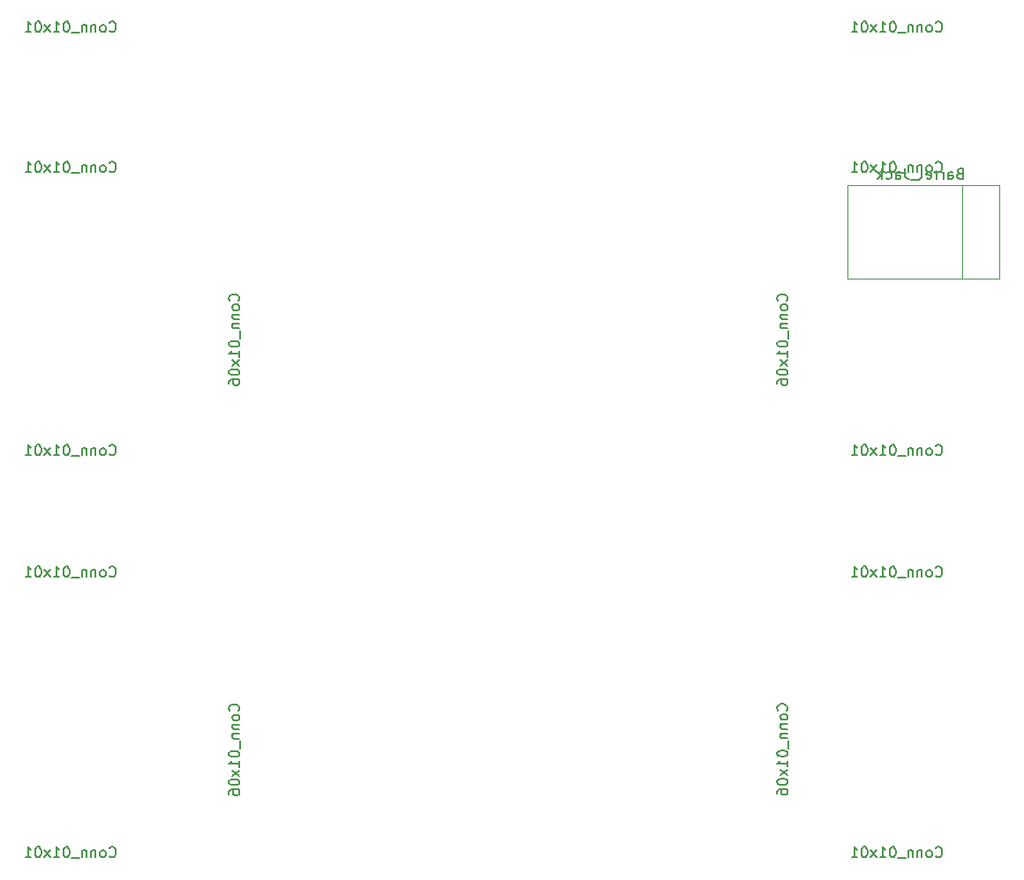
<source format=gbr>
G04 #@! TF.FileFunction,Other,Fab,Bot*
%FSLAX46Y46*%
G04 Gerber Fmt 4.6, Leading zero omitted, Abs format (unit mm)*
G04 Created by KiCad (PCBNEW 4.0.4-stable) date 12/10/17 00:47:25*
%MOMM*%
%LPD*%
G01*
G04 APERTURE LIST*
%ADD10C,0.250000*%
%ADD11C,0.100000*%
%ADD12C,0.150000*%
G04 APERTURE END LIST*
D10*
D11*
X190540000Y-86305000D02*
X190540000Y-95305000D01*
X194040000Y-86305000D02*
X194040000Y-95305000D01*
X194040000Y-95305000D02*
X179540000Y-95305000D01*
X179540000Y-95305000D02*
X179540000Y-86305000D01*
X179540000Y-86305000D02*
X194040000Y-86305000D01*
D12*
X121082143Y-97436905D02*
X121129762Y-97389286D01*
X121177381Y-97246429D01*
X121177381Y-97151191D01*
X121129762Y-97008333D01*
X121034524Y-96913095D01*
X120939286Y-96865476D01*
X120748810Y-96817857D01*
X120605952Y-96817857D01*
X120415476Y-96865476D01*
X120320238Y-96913095D01*
X120225000Y-97008333D01*
X120177381Y-97151191D01*
X120177381Y-97246429D01*
X120225000Y-97389286D01*
X120272619Y-97436905D01*
X121177381Y-98008333D02*
X121129762Y-97913095D01*
X121082143Y-97865476D01*
X120986905Y-97817857D01*
X120701190Y-97817857D01*
X120605952Y-97865476D01*
X120558333Y-97913095D01*
X120510714Y-98008333D01*
X120510714Y-98151191D01*
X120558333Y-98246429D01*
X120605952Y-98294048D01*
X120701190Y-98341667D01*
X120986905Y-98341667D01*
X121082143Y-98294048D01*
X121129762Y-98246429D01*
X121177381Y-98151191D01*
X121177381Y-98008333D01*
X120510714Y-98770238D02*
X121177381Y-98770238D01*
X120605952Y-98770238D02*
X120558333Y-98817857D01*
X120510714Y-98913095D01*
X120510714Y-99055953D01*
X120558333Y-99151191D01*
X120653571Y-99198810D01*
X121177381Y-99198810D01*
X120510714Y-99675000D02*
X121177381Y-99675000D01*
X120605952Y-99675000D02*
X120558333Y-99722619D01*
X120510714Y-99817857D01*
X120510714Y-99960715D01*
X120558333Y-100055953D01*
X120653571Y-100103572D01*
X121177381Y-100103572D01*
X121272619Y-100341667D02*
X121272619Y-101103572D01*
X120177381Y-101532143D02*
X120177381Y-101627382D01*
X120225000Y-101722620D01*
X120272619Y-101770239D01*
X120367857Y-101817858D01*
X120558333Y-101865477D01*
X120796429Y-101865477D01*
X120986905Y-101817858D01*
X121082143Y-101770239D01*
X121129762Y-101722620D01*
X121177381Y-101627382D01*
X121177381Y-101532143D01*
X121129762Y-101436905D01*
X121082143Y-101389286D01*
X120986905Y-101341667D01*
X120796429Y-101294048D01*
X120558333Y-101294048D01*
X120367857Y-101341667D01*
X120272619Y-101389286D01*
X120225000Y-101436905D01*
X120177381Y-101532143D01*
X121177381Y-102817858D02*
X121177381Y-102246429D01*
X121177381Y-102532143D02*
X120177381Y-102532143D01*
X120320238Y-102436905D01*
X120415476Y-102341667D01*
X120463095Y-102246429D01*
X121177381Y-103151191D02*
X120510714Y-103675001D01*
X120510714Y-103151191D02*
X121177381Y-103675001D01*
X120177381Y-104246429D02*
X120177381Y-104341668D01*
X120225000Y-104436906D01*
X120272619Y-104484525D01*
X120367857Y-104532144D01*
X120558333Y-104579763D01*
X120796429Y-104579763D01*
X120986905Y-104532144D01*
X121082143Y-104484525D01*
X121129762Y-104436906D01*
X121177381Y-104341668D01*
X121177381Y-104246429D01*
X121129762Y-104151191D01*
X121082143Y-104103572D01*
X120986905Y-104055953D01*
X120796429Y-104008334D01*
X120558333Y-104008334D01*
X120367857Y-104055953D01*
X120272619Y-104103572D01*
X120225000Y-104151191D01*
X120177381Y-104246429D01*
X120177381Y-105436906D02*
X120177381Y-105246429D01*
X120225000Y-105151191D01*
X120272619Y-105103572D01*
X120415476Y-105008334D01*
X120605952Y-104960715D01*
X120986905Y-104960715D01*
X121082143Y-105008334D01*
X121129762Y-105055953D01*
X121177381Y-105151191D01*
X121177381Y-105341668D01*
X121129762Y-105436906D01*
X121082143Y-105484525D01*
X120986905Y-105532144D01*
X120748810Y-105532144D01*
X120653571Y-105484525D01*
X120605952Y-105436906D01*
X120558333Y-105341668D01*
X120558333Y-105151191D01*
X120605952Y-105055953D01*
X120653571Y-105008334D01*
X120748810Y-104960715D01*
X108734075Y-71538103D02*
X108781694Y-71585722D01*
X108924551Y-71633341D01*
X109019789Y-71633341D01*
X109162647Y-71585722D01*
X109257885Y-71490484D01*
X109305504Y-71395246D01*
X109353123Y-71204770D01*
X109353123Y-71061912D01*
X109305504Y-70871436D01*
X109257885Y-70776198D01*
X109162647Y-70680960D01*
X109019789Y-70633341D01*
X108924551Y-70633341D01*
X108781694Y-70680960D01*
X108734075Y-70728579D01*
X108162647Y-71633341D02*
X108257885Y-71585722D01*
X108305504Y-71538103D01*
X108353123Y-71442865D01*
X108353123Y-71157150D01*
X108305504Y-71061912D01*
X108257885Y-71014293D01*
X108162647Y-70966674D01*
X108019789Y-70966674D01*
X107924551Y-71014293D01*
X107876932Y-71061912D01*
X107829313Y-71157150D01*
X107829313Y-71442865D01*
X107876932Y-71538103D01*
X107924551Y-71585722D01*
X108019789Y-71633341D01*
X108162647Y-71633341D01*
X107400742Y-70966674D02*
X107400742Y-71633341D01*
X107400742Y-71061912D02*
X107353123Y-71014293D01*
X107257885Y-70966674D01*
X107115027Y-70966674D01*
X107019789Y-71014293D01*
X106972170Y-71109531D01*
X106972170Y-71633341D01*
X106495980Y-70966674D02*
X106495980Y-71633341D01*
X106495980Y-71061912D02*
X106448361Y-71014293D01*
X106353123Y-70966674D01*
X106210265Y-70966674D01*
X106115027Y-71014293D01*
X106067408Y-71109531D01*
X106067408Y-71633341D01*
X105829313Y-71728579D02*
X105067408Y-71728579D01*
X104638837Y-70633341D02*
X104543598Y-70633341D01*
X104448360Y-70680960D01*
X104400741Y-70728579D01*
X104353122Y-70823817D01*
X104305503Y-71014293D01*
X104305503Y-71252389D01*
X104353122Y-71442865D01*
X104400741Y-71538103D01*
X104448360Y-71585722D01*
X104543598Y-71633341D01*
X104638837Y-71633341D01*
X104734075Y-71585722D01*
X104781694Y-71538103D01*
X104829313Y-71442865D01*
X104876932Y-71252389D01*
X104876932Y-71014293D01*
X104829313Y-70823817D01*
X104781694Y-70728579D01*
X104734075Y-70680960D01*
X104638837Y-70633341D01*
X103353122Y-71633341D02*
X103924551Y-71633341D01*
X103638837Y-71633341D02*
X103638837Y-70633341D01*
X103734075Y-70776198D01*
X103829313Y-70871436D01*
X103924551Y-70919055D01*
X103019789Y-71633341D02*
X102495979Y-70966674D01*
X103019789Y-70966674D02*
X102495979Y-71633341D01*
X101924551Y-70633341D02*
X101829312Y-70633341D01*
X101734074Y-70680960D01*
X101686455Y-70728579D01*
X101638836Y-70823817D01*
X101591217Y-71014293D01*
X101591217Y-71252389D01*
X101638836Y-71442865D01*
X101686455Y-71538103D01*
X101734074Y-71585722D01*
X101829312Y-71633341D01*
X101924551Y-71633341D01*
X102019789Y-71585722D01*
X102067408Y-71538103D01*
X102115027Y-71442865D01*
X102162646Y-71252389D01*
X102162646Y-71014293D01*
X102115027Y-70823817D01*
X102067408Y-70728579D01*
X102019789Y-70680960D01*
X101924551Y-70633341D01*
X100638836Y-71633341D02*
X101210265Y-71633341D01*
X100924551Y-71633341D02*
X100924551Y-70633341D01*
X101019789Y-70776198D01*
X101115027Y-70871436D01*
X101210265Y-70919055D01*
X108731535Y-85000103D02*
X108779154Y-85047722D01*
X108922011Y-85095341D01*
X109017249Y-85095341D01*
X109160107Y-85047722D01*
X109255345Y-84952484D01*
X109302964Y-84857246D01*
X109350583Y-84666770D01*
X109350583Y-84523912D01*
X109302964Y-84333436D01*
X109255345Y-84238198D01*
X109160107Y-84142960D01*
X109017249Y-84095341D01*
X108922011Y-84095341D01*
X108779154Y-84142960D01*
X108731535Y-84190579D01*
X108160107Y-85095341D02*
X108255345Y-85047722D01*
X108302964Y-85000103D01*
X108350583Y-84904865D01*
X108350583Y-84619150D01*
X108302964Y-84523912D01*
X108255345Y-84476293D01*
X108160107Y-84428674D01*
X108017249Y-84428674D01*
X107922011Y-84476293D01*
X107874392Y-84523912D01*
X107826773Y-84619150D01*
X107826773Y-84904865D01*
X107874392Y-85000103D01*
X107922011Y-85047722D01*
X108017249Y-85095341D01*
X108160107Y-85095341D01*
X107398202Y-84428674D02*
X107398202Y-85095341D01*
X107398202Y-84523912D02*
X107350583Y-84476293D01*
X107255345Y-84428674D01*
X107112487Y-84428674D01*
X107017249Y-84476293D01*
X106969630Y-84571531D01*
X106969630Y-85095341D01*
X106493440Y-84428674D02*
X106493440Y-85095341D01*
X106493440Y-84523912D02*
X106445821Y-84476293D01*
X106350583Y-84428674D01*
X106207725Y-84428674D01*
X106112487Y-84476293D01*
X106064868Y-84571531D01*
X106064868Y-85095341D01*
X105826773Y-85190579D02*
X105064868Y-85190579D01*
X104636297Y-84095341D02*
X104541058Y-84095341D01*
X104445820Y-84142960D01*
X104398201Y-84190579D01*
X104350582Y-84285817D01*
X104302963Y-84476293D01*
X104302963Y-84714389D01*
X104350582Y-84904865D01*
X104398201Y-85000103D01*
X104445820Y-85047722D01*
X104541058Y-85095341D01*
X104636297Y-85095341D01*
X104731535Y-85047722D01*
X104779154Y-85000103D01*
X104826773Y-84904865D01*
X104874392Y-84714389D01*
X104874392Y-84476293D01*
X104826773Y-84285817D01*
X104779154Y-84190579D01*
X104731535Y-84142960D01*
X104636297Y-84095341D01*
X103350582Y-85095341D02*
X103922011Y-85095341D01*
X103636297Y-85095341D02*
X103636297Y-84095341D01*
X103731535Y-84238198D01*
X103826773Y-84333436D01*
X103922011Y-84381055D01*
X103017249Y-85095341D02*
X102493439Y-84428674D01*
X103017249Y-84428674D02*
X102493439Y-85095341D01*
X101922011Y-84095341D02*
X101826772Y-84095341D01*
X101731534Y-84142960D01*
X101683915Y-84190579D01*
X101636296Y-84285817D01*
X101588677Y-84476293D01*
X101588677Y-84714389D01*
X101636296Y-84904865D01*
X101683915Y-85000103D01*
X101731534Y-85047722D01*
X101826772Y-85095341D01*
X101922011Y-85095341D01*
X102017249Y-85047722D01*
X102064868Y-85000103D01*
X102112487Y-84904865D01*
X102160106Y-84714389D01*
X102160106Y-84476293D01*
X102112487Y-84285817D01*
X102064868Y-84190579D01*
X102017249Y-84142960D01*
X101922011Y-84095341D01*
X100636296Y-85095341D02*
X101207725Y-85095341D01*
X100922011Y-85095341D02*
X100922011Y-84095341D01*
X101017249Y-84238198D01*
X101112487Y-84333436D01*
X101207725Y-84381055D01*
X108731535Y-112178103D02*
X108779154Y-112225722D01*
X108922011Y-112273341D01*
X109017249Y-112273341D01*
X109160107Y-112225722D01*
X109255345Y-112130484D01*
X109302964Y-112035246D01*
X109350583Y-111844770D01*
X109350583Y-111701912D01*
X109302964Y-111511436D01*
X109255345Y-111416198D01*
X109160107Y-111320960D01*
X109017249Y-111273341D01*
X108922011Y-111273341D01*
X108779154Y-111320960D01*
X108731535Y-111368579D01*
X108160107Y-112273341D02*
X108255345Y-112225722D01*
X108302964Y-112178103D01*
X108350583Y-112082865D01*
X108350583Y-111797150D01*
X108302964Y-111701912D01*
X108255345Y-111654293D01*
X108160107Y-111606674D01*
X108017249Y-111606674D01*
X107922011Y-111654293D01*
X107874392Y-111701912D01*
X107826773Y-111797150D01*
X107826773Y-112082865D01*
X107874392Y-112178103D01*
X107922011Y-112225722D01*
X108017249Y-112273341D01*
X108160107Y-112273341D01*
X107398202Y-111606674D02*
X107398202Y-112273341D01*
X107398202Y-111701912D02*
X107350583Y-111654293D01*
X107255345Y-111606674D01*
X107112487Y-111606674D01*
X107017249Y-111654293D01*
X106969630Y-111749531D01*
X106969630Y-112273341D01*
X106493440Y-111606674D02*
X106493440Y-112273341D01*
X106493440Y-111701912D02*
X106445821Y-111654293D01*
X106350583Y-111606674D01*
X106207725Y-111606674D01*
X106112487Y-111654293D01*
X106064868Y-111749531D01*
X106064868Y-112273341D01*
X105826773Y-112368579D02*
X105064868Y-112368579D01*
X104636297Y-111273341D02*
X104541058Y-111273341D01*
X104445820Y-111320960D01*
X104398201Y-111368579D01*
X104350582Y-111463817D01*
X104302963Y-111654293D01*
X104302963Y-111892389D01*
X104350582Y-112082865D01*
X104398201Y-112178103D01*
X104445820Y-112225722D01*
X104541058Y-112273341D01*
X104636297Y-112273341D01*
X104731535Y-112225722D01*
X104779154Y-112178103D01*
X104826773Y-112082865D01*
X104874392Y-111892389D01*
X104874392Y-111654293D01*
X104826773Y-111463817D01*
X104779154Y-111368579D01*
X104731535Y-111320960D01*
X104636297Y-111273341D01*
X103350582Y-112273341D02*
X103922011Y-112273341D01*
X103636297Y-112273341D02*
X103636297Y-111273341D01*
X103731535Y-111416198D01*
X103826773Y-111511436D01*
X103922011Y-111559055D01*
X103017249Y-112273341D02*
X102493439Y-111606674D01*
X103017249Y-111606674D02*
X102493439Y-112273341D01*
X101922011Y-111273341D02*
X101826772Y-111273341D01*
X101731534Y-111320960D01*
X101683915Y-111368579D01*
X101636296Y-111463817D01*
X101588677Y-111654293D01*
X101588677Y-111892389D01*
X101636296Y-112082865D01*
X101683915Y-112178103D01*
X101731534Y-112225722D01*
X101826772Y-112273341D01*
X101922011Y-112273341D01*
X102017249Y-112225722D01*
X102064868Y-112178103D01*
X102112487Y-112082865D01*
X102160106Y-111892389D01*
X102160106Y-111654293D01*
X102112487Y-111463817D01*
X102064868Y-111368579D01*
X102017249Y-111320960D01*
X101922011Y-111273341D01*
X100636296Y-112273341D02*
X101207725Y-112273341D01*
X100922011Y-112273341D02*
X100922011Y-111273341D01*
X101017249Y-111416198D01*
X101112487Y-111511436D01*
X101207725Y-111559055D01*
X108731535Y-123862103D02*
X108779154Y-123909722D01*
X108922011Y-123957341D01*
X109017249Y-123957341D01*
X109160107Y-123909722D01*
X109255345Y-123814484D01*
X109302964Y-123719246D01*
X109350583Y-123528770D01*
X109350583Y-123385912D01*
X109302964Y-123195436D01*
X109255345Y-123100198D01*
X109160107Y-123004960D01*
X109017249Y-122957341D01*
X108922011Y-122957341D01*
X108779154Y-123004960D01*
X108731535Y-123052579D01*
X108160107Y-123957341D02*
X108255345Y-123909722D01*
X108302964Y-123862103D01*
X108350583Y-123766865D01*
X108350583Y-123481150D01*
X108302964Y-123385912D01*
X108255345Y-123338293D01*
X108160107Y-123290674D01*
X108017249Y-123290674D01*
X107922011Y-123338293D01*
X107874392Y-123385912D01*
X107826773Y-123481150D01*
X107826773Y-123766865D01*
X107874392Y-123862103D01*
X107922011Y-123909722D01*
X108017249Y-123957341D01*
X108160107Y-123957341D01*
X107398202Y-123290674D02*
X107398202Y-123957341D01*
X107398202Y-123385912D02*
X107350583Y-123338293D01*
X107255345Y-123290674D01*
X107112487Y-123290674D01*
X107017249Y-123338293D01*
X106969630Y-123433531D01*
X106969630Y-123957341D01*
X106493440Y-123290674D02*
X106493440Y-123957341D01*
X106493440Y-123385912D02*
X106445821Y-123338293D01*
X106350583Y-123290674D01*
X106207725Y-123290674D01*
X106112487Y-123338293D01*
X106064868Y-123433531D01*
X106064868Y-123957341D01*
X105826773Y-124052579D02*
X105064868Y-124052579D01*
X104636297Y-122957341D02*
X104541058Y-122957341D01*
X104445820Y-123004960D01*
X104398201Y-123052579D01*
X104350582Y-123147817D01*
X104302963Y-123338293D01*
X104302963Y-123576389D01*
X104350582Y-123766865D01*
X104398201Y-123862103D01*
X104445820Y-123909722D01*
X104541058Y-123957341D01*
X104636297Y-123957341D01*
X104731535Y-123909722D01*
X104779154Y-123862103D01*
X104826773Y-123766865D01*
X104874392Y-123576389D01*
X104874392Y-123338293D01*
X104826773Y-123147817D01*
X104779154Y-123052579D01*
X104731535Y-123004960D01*
X104636297Y-122957341D01*
X103350582Y-123957341D02*
X103922011Y-123957341D01*
X103636297Y-123957341D02*
X103636297Y-122957341D01*
X103731535Y-123100198D01*
X103826773Y-123195436D01*
X103922011Y-123243055D01*
X103017249Y-123957341D02*
X102493439Y-123290674D01*
X103017249Y-123290674D02*
X102493439Y-123957341D01*
X101922011Y-122957341D02*
X101826772Y-122957341D01*
X101731534Y-123004960D01*
X101683915Y-123052579D01*
X101636296Y-123147817D01*
X101588677Y-123338293D01*
X101588677Y-123576389D01*
X101636296Y-123766865D01*
X101683915Y-123862103D01*
X101731534Y-123909722D01*
X101826772Y-123957341D01*
X101922011Y-123957341D01*
X102017249Y-123909722D01*
X102064868Y-123862103D01*
X102112487Y-123766865D01*
X102160106Y-123576389D01*
X102160106Y-123338293D01*
X102112487Y-123147817D01*
X102064868Y-123052579D01*
X102017249Y-123004960D01*
X101922011Y-122957341D01*
X100636296Y-123957341D02*
X101207725Y-123957341D01*
X100922011Y-123957341D02*
X100922011Y-122957341D01*
X101017249Y-123100198D01*
X101112487Y-123195436D01*
X101207725Y-123243055D01*
X108731535Y-150786103D02*
X108779154Y-150833722D01*
X108922011Y-150881341D01*
X109017249Y-150881341D01*
X109160107Y-150833722D01*
X109255345Y-150738484D01*
X109302964Y-150643246D01*
X109350583Y-150452770D01*
X109350583Y-150309912D01*
X109302964Y-150119436D01*
X109255345Y-150024198D01*
X109160107Y-149928960D01*
X109017249Y-149881341D01*
X108922011Y-149881341D01*
X108779154Y-149928960D01*
X108731535Y-149976579D01*
X108160107Y-150881341D02*
X108255345Y-150833722D01*
X108302964Y-150786103D01*
X108350583Y-150690865D01*
X108350583Y-150405150D01*
X108302964Y-150309912D01*
X108255345Y-150262293D01*
X108160107Y-150214674D01*
X108017249Y-150214674D01*
X107922011Y-150262293D01*
X107874392Y-150309912D01*
X107826773Y-150405150D01*
X107826773Y-150690865D01*
X107874392Y-150786103D01*
X107922011Y-150833722D01*
X108017249Y-150881341D01*
X108160107Y-150881341D01*
X107398202Y-150214674D02*
X107398202Y-150881341D01*
X107398202Y-150309912D02*
X107350583Y-150262293D01*
X107255345Y-150214674D01*
X107112487Y-150214674D01*
X107017249Y-150262293D01*
X106969630Y-150357531D01*
X106969630Y-150881341D01*
X106493440Y-150214674D02*
X106493440Y-150881341D01*
X106493440Y-150309912D02*
X106445821Y-150262293D01*
X106350583Y-150214674D01*
X106207725Y-150214674D01*
X106112487Y-150262293D01*
X106064868Y-150357531D01*
X106064868Y-150881341D01*
X105826773Y-150976579D02*
X105064868Y-150976579D01*
X104636297Y-149881341D02*
X104541058Y-149881341D01*
X104445820Y-149928960D01*
X104398201Y-149976579D01*
X104350582Y-150071817D01*
X104302963Y-150262293D01*
X104302963Y-150500389D01*
X104350582Y-150690865D01*
X104398201Y-150786103D01*
X104445820Y-150833722D01*
X104541058Y-150881341D01*
X104636297Y-150881341D01*
X104731535Y-150833722D01*
X104779154Y-150786103D01*
X104826773Y-150690865D01*
X104874392Y-150500389D01*
X104874392Y-150262293D01*
X104826773Y-150071817D01*
X104779154Y-149976579D01*
X104731535Y-149928960D01*
X104636297Y-149881341D01*
X103350582Y-150881341D02*
X103922011Y-150881341D01*
X103636297Y-150881341D02*
X103636297Y-149881341D01*
X103731535Y-150024198D01*
X103826773Y-150119436D01*
X103922011Y-150167055D01*
X103017249Y-150881341D02*
X102493439Y-150214674D01*
X103017249Y-150214674D02*
X102493439Y-150881341D01*
X101922011Y-149881341D02*
X101826772Y-149881341D01*
X101731534Y-149928960D01*
X101683915Y-149976579D01*
X101636296Y-150071817D01*
X101588677Y-150262293D01*
X101588677Y-150500389D01*
X101636296Y-150690865D01*
X101683915Y-150786103D01*
X101731534Y-150833722D01*
X101826772Y-150881341D01*
X101922011Y-150881341D01*
X102017249Y-150833722D01*
X102064868Y-150786103D01*
X102112487Y-150690865D01*
X102160106Y-150500389D01*
X102160106Y-150262293D01*
X102112487Y-150071817D01*
X102064868Y-149976579D01*
X102017249Y-149928960D01*
X101922011Y-149881341D01*
X100636296Y-150881341D02*
X101207725Y-150881341D01*
X100922011Y-150881341D02*
X100922011Y-149881341D01*
X101017249Y-150024198D01*
X101112487Y-150119436D01*
X101207725Y-150167055D01*
X187979535Y-71538103D02*
X188027154Y-71585722D01*
X188170011Y-71633341D01*
X188265249Y-71633341D01*
X188408107Y-71585722D01*
X188503345Y-71490484D01*
X188550964Y-71395246D01*
X188598583Y-71204770D01*
X188598583Y-71061912D01*
X188550964Y-70871436D01*
X188503345Y-70776198D01*
X188408107Y-70680960D01*
X188265249Y-70633341D01*
X188170011Y-70633341D01*
X188027154Y-70680960D01*
X187979535Y-70728579D01*
X187408107Y-71633341D02*
X187503345Y-71585722D01*
X187550964Y-71538103D01*
X187598583Y-71442865D01*
X187598583Y-71157150D01*
X187550964Y-71061912D01*
X187503345Y-71014293D01*
X187408107Y-70966674D01*
X187265249Y-70966674D01*
X187170011Y-71014293D01*
X187122392Y-71061912D01*
X187074773Y-71157150D01*
X187074773Y-71442865D01*
X187122392Y-71538103D01*
X187170011Y-71585722D01*
X187265249Y-71633341D01*
X187408107Y-71633341D01*
X186646202Y-70966674D02*
X186646202Y-71633341D01*
X186646202Y-71061912D02*
X186598583Y-71014293D01*
X186503345Y-70966674D01*
X186360487Y-70966674D01*
X186265249Y-71014293D01*
X186217630Y-71109531D01*
X186217630Y-71633341D01*
X185741440Y-70966674D02*
X185741440Y-71633341D01*
X185741440Y-71061912D02*
X185693821Y-71014293D01*
X185598583Y-70966674D01*
X185455725Y-70966674D01*
X185360487Y-71014293D01*
X185312868Y-71109531D01*
X185312868Y-71633341D01*
X185074773Y-71728579D02*
X184312868Y-71728579D01*
X183884297Y-70633341D02*
X183789058Y-70633341D01*
X183693820Y-70680960D01*
X183646201Y-70728579D01*
X183598582Y-70823817D01*
X183550963Y-71014293D01*
X183550963Y-71252389D01*
X183598582Y-71442865D01*
X183646201Y-71538103D01*
X183693820Y-71585722D01*
X183789058Y-71633341D01*
X183884297Y-71633341D01*
X183979535Y-71585722D01*
X184027154Y-71538103D01*
X184074773Y-71442865D01*
X184122392Y-71252389D01*
X184122392Y-71014293D01*
X184074773Y-70823817D01*
X184027154Y-70728579D01*
X183979535Y-70680960D01*
X183884297Y-70633341D01*
X182598582Y-71633341D02*
X183170011Y-71633341D01*
X182884297Y-71633341D02*
X182884297Y-70633341D01*
X182979535Y-70776198D01*
X183074773Y-70871436D01*
X183170011Y-70919055D01*
X182265249Y-71633341D02*
X181741439Y-70966674D01*
X182265249Y-70966674D02*
X181741439Y-71633341D01*
X181170011Y-70633341D02*
X181074772Y-70633341D01*
X180979534Y-70680960D01*
X180931915Y-70728579D01*
X180884296Y-70823817D01*
X180836677Y-71014293D01*
X180836677Y-71252389D01*
X180884296Y-71442865D01*
X180931915Y-71538103D01*
X180979534Y-71585722D01*
X181074772Y-71633341D01*
X181170011Y-71633341D01*
X181265249Y-71585722D01*
X181312868Y-71538103D01*
X181360487Y-71442865D01*
X181408106Y-71252389D01*
X181408106Y-71014293D01*
X181360487Y-70823817D01*
X181312868Y-70728579D01*
X181265249Y-70680960D01*
X181170011Y-70633341D01*
X179884296Y-71633341D02*
X180455725Y-71633341D01*
X180170011Y-71633341D02*
X180170011Y-70633341D01*
X180265249Y-70776198D01*
X180360487Y-70871436D01*
X180455725Y-70919055D01*
X187979535Y-85000103D02*
X188027154Y-85047722D01*
X188170011Y-85095341D01*
X188265249Y-85095341D01*
X188408107Y-85047722D01*
X188503345Y-84952484D01*
X188550964Y-84857246D01*
X188598583Y-84666770D01*
X188598583Y-84523912D01*
X188550964Y-84333436D01*
X188503345Y-84238198D01*
X188408107Y-84142960D01*
X188265249Y-84095341D01*
X188170011Y-84095341D01*
X188027154Y-84142960D01*
X187979535Y-84190579D01*
X187408107Y-85095341D02*
X187503345Y-85047722D01*
X187550964Y-85000103D01*
X187598583Y-84904865D01*
X187598583Y-84619150D01*
X187550964Y-84523912D01*
X187503345Y-84476293D01*
X187408107Y-84428674D01*
X187265249Y-84428674D01*
X187170011Y-84476293D01*
X187122392Y-84523912D01*
X187074773Y-84619150D01*
X187074773Y-84904865D01*
X187122392Y-85000103D01*
X187170011Y-85047722D01*
X187265249Y-85095341D01*
X187408107Y-85095341D01*
X186646202Y-84428674D02*
X186646202Y-85095341D01*
X186646202Y-84523912D02*
X186598583Y-84476293D01*
X186503345Y-84428674D01*
X186360487Y-84428674D01*
X186265249Y-84476293D01*
X186217630Y-84571531D01*
X186217630Y-85095341D01*
X185741440Y-84428674D02*
X185741440Y-85095341D01*
X185741440Y-84523912D02*
X185693821Y-84476293D01*
X185598583Y-84428674D01*
X185455725Y-84428674D01*
X185360487Y-84476293D01*
X185312868Y-84571531D01*
X185312868Y-85095341D01*
X185074773Y-85190579D02*
X184312868Y-85190579D01*
X183884297Y-84095341D02*
X183789058Y-84095341D01*
X183693820Y-84142960D01*
X183646201Y-84190579D01*
X183598582Y-84285817D01*
X183550963Y-84476293D01*
X183550963Y-84714389D01*
X183598582Y-84904865D01*
X183646201Y-85000103D01*
X183693820Y-85047722D01*
X183789058Y-85095341D01*
X183884297Y-85095341D01*
X183979535Y-85047722D01*
X184027154Y-85000103D01*
X184074773Y-84904865D01*
X184122392Y-84714389D01*
X184122392Y-84476293D01*
X184074773Y-84285817D01*
X184027154Y-84190579D01*
X183979535Y-84142960D01*
X183884297Y-84095341D01*
X182598582Y-85095341D02*
X183170011Y-85095341D01*
X182884297Y-85095341D02*
X182884297Y-84095341D01*
X182979535Y-84238198D01*
X183074773Y-84333436D01*
X183170011Y-84381055D01*
X182265249Y-85095341D02*
X181741439Y-84428674D01*
X182265249Y-84428674D02*
X181741439Y-85095341D01*
X181170011Y-84095341D02*
X181074772Y-84095341D01*
X180979534Y-84142960D01*
X180931915Y-84190579D01*
X180884296Y-84285817D01*
X180836677Y-84476293D01*
X180836677Y-84714389D01*
X180884296Y-84904865D01*
X180931915Y-85000103D01*
X180979534Y-85047722D01*
X181074772Y-85095341D01*
X181170011Y-85095341D01*
X181265249Y-85047722D01*
X181312868Y-85000103D01*
X181360487Y-84904865D01*
X181408106Y-84714389D01*
X181408106Y-84476293D01*
X181360487Y-84285817D01*
X181312868Y-84190579D01*
X181265249Y-84142960D01*
X181170011Y-84095341D01*
X179884296Y-85095341D02*
X180455725Y-85095341D01*
X180170011Y-85095341D02*
X180170011Y-84095341D01*
X180265249Y-84238198D01*
X180360487Y-84333436D01*
X180455725Y-84381055D01*
X187979535Y-112178103D02*
X188027154Y-112225722D01*
X188170011Y-112273341D01*
X188265249Y-112273341D01*
X188408107Y-112225722D01*
X188503345Y-112130484D01*
X188550964Y-112035246D01*
X188598583Y-111844770D01*
X188598583Y-111701912D01*
X188550964Y-111511436D01*
X188503345Y-111416198D01*
X188408107Y-111320960D01*
X188265249Y-111273341D01*
X188170011Y-111273341D01*
X188027154Y-111320960D01*
X187979535Y-111368579D01*
X187408107Y-112273341D02*
X187503345Y-112225722D01*
X187550964Y-112178103D01*
X187598583Y-112082865D01*
X187598583Y-111797150D01*
X187550964Y-111701912D01*
X187503345Y-111654293D01*
X187408107Y-111606674D01*
X187265249Y-111606674D01*
X187170011Y-111654293D01*
X187122392Y-111701912D01*
X187074773Y-111797150D01*
X187074773Y-112082865D01*
X187122392Y-112178103D01*
X187170011Y-112225722D01*
X187265249Y-112273341D01*
X187408107Y-112273341D01*
X186646202Y-111606674D02*
X186646202Y-112273341D01*
X186646202Y-111701912D02*
X186598583Y-111654293D01*
X186503345Y-111606674D01*
X186360487Y-111606674D01*
X186265249Y-111654293D01*
X186217630Y-111749531D01*
X186217630Y-112273341D01*
X185741440Y-111606674D02*
X185741440Y-112273341D01*
X185741440Y-111701912D02*
X185693821Y-111654293D01*
X185598583Y-111606674D01*
X185455725Y-111606674D01*
X185360487Y-111654293D01*
X185312868Y-111749531D01*
X185312868Y-112273341D01*
X185074773Y-112368579D02*
X184312868Y-112368579D01*
X183884297Y-111273341D02*
X183789058Y-111273341D01*
X183693820Y-111320960D01*
X183646201Y-111368579D01*
X183598582Y-111463817D01*
X183550963Y-111654293D01*
X183550963Y-111892389D01*
X183598582Y-112082865D01*
X183646201Y-112178103D01*
X183693820Y-112225722D01*
X183789058Y-112273341D01*
X183884297Y-112273341D01*
X183979535Y-112225722D01*
X184027154Y-112178103D01*
X184074773Y-112082865D01*
X184122392Y-111892389D01*
X184122392Y-111654293D01*
X184074773Y-111463817D01*
X184027154Y-111368579D01*
X183979535Y-111320960D01*
X183884297Y-111273341D01*
X182598582Y-112273341D02*
X183170011Y-112273341D01*
X182884297Y-112273341D02*
X182884297Y-111273341D01*
X182979535Y-111416198D01*
X183074773Y-111511436D01*
X183170011Y-111559055D01*
X182265249Y-112273341D02*
X181741439Y-111606674D01*
X182265249Y-111606674D02*
X181741439Y-112273341D01*
X181170011Y-111273341D02*
X181074772Y-111273341D01*
X180979534Y-111320960D01*
X180931915Y-111368579D01*
X180884296Y-111463817D01*
X180836677Y-111654293D01*
X180836677Y-111892389D01*
X180884296Y-112082865D01*
X180931915Y-112178103D01*
X180979534Y-112225722D01*
X181074772Y-112273341D01*
X181170011Y-112273341D01*
X181265249Y-112225722D01*
X181312868Y-112178103D01*
X181360487Y-112082865D01*
X181408106Y-111892389D01*
X181408106Y-111654293D01*
X181360487Y-111463817D01*
X181312868Y-111368579D01*
X181265249Y-111320960D01*
X181170011Y-111273341D01*
X179884296Y-112273341D02*
X180455725Y-112273341D01*
X180170011Y-112273341D02*
X180170011Y-111273341D01*
X180265249Y-111416198D01*
X180360487Y-111511436D01*
X180455725Y-111559055D01*
X187979535Y-123862103D02*
X188027154Y-123909722D01*
X188170011Y-123957341D01*
X188265249Y-123957341D01*
X188408107Y-123909722D01*
X188503345Y-123814484D01*
X188550964Y-123719246D01*
X188598583Y-123528770D01*
X188598583Y-123385912D01*
X188550964Y-123195436D01*
X188503345Y-123100198D01*
X188408107Y-123004960D01*
X188265249Y-122957341D01*
X188170011Y-122957341D01*
X188027154Y-123004960D01*
X187979535Y-123052579D01*
X187408107Y-123957341D02*
X187503345Y-123909722D01*
X187550964Y-123862103D01*
X187598583Y-123766865D01*
X187598583Y-123481150D01*
X187550964Y-123385912D01*
X187503345Y-123338293D01*
X187408107Y-123290674D01*
X187265249Y-123290674D01*
X187170011Y-123338293D01*
X187122392Y-123385912D01*
X187074773Y-123481150D01*
X187074773Y-123766865D01*
X187122392Y-123862103D01*
X187170011Y-123909722D01*
X187265249Y-123957341D01*
X187408107Y-123957341D01*
X186646202Y-123290674D02*
X186646202Y-123957341D01*
X186646202Y-123385912D02*
X186598583Y-123338293D01*
X186503345Y-123290674D01*
X186360487Y-123290674D01*
X186265249Y-123338293D01*
X186217630Y-123433531D01*
X186217630Y-123957341D01*
X185741440Y-123290674D02*
X185741440Y-123957341D01*
X185741440Y-123385912D02*
X185693821Y-123338293D01*
X185598583Y-123290674D01*
X185455725Y-123290674D01*
X185360487Y-123338293D01*
X185312868Y-123433531D01*
X185312868Y-123957341D01*
X185074773Y-124052579D02*
X184312868Y-124052579D01*
X183884297Y-122957341D02*
X183789058Y-122957341D01*
X183693820Y-123004960D01*
X183646201Y-123052579D01*
X183598582Y-123147817D01*
X183550963Y-123338293D01*
X183550963Y-123576389D01*
X183598582Y-123766865D01*
X183646201Y-123862103D01*
X183693820Y-123909722D01*
X183789058Y-123957341D01*
X183884297Y-123957341D01*
X183979535Y-123909722D01*
X184027154Y-123862103D01*
X184074773Y-123766865D01*
X184122392Y-123576389D01*
X184122392Y-123338293D01*
X184074773Y-123147817D01*
X184027154Y-123052579D01*
X183979535Y-123004960D01*
X183884297Y-122957341D01*
X182598582Y-123957341D02*
X183170011Y-123957341D01*
X182884297Y-123957341D02*
X182884297Y-122957341D01*
X182979535Y-123100198D01*
X183074773Y-123195436D01*
X183170011Y-123243055D01*
X182265249Y-123957341D02*
X181741439Y-123290674D01*
X182265249Y-123290674D02*
X181741439Y-123957341D01*
X181170011Y-122957341D02*
X181074772Y-122957341D01*
X180979534Y-123004960D01*
X180931915Y-123052579D01*
X180884296Y-123147817D01*
X180836677Y-123338293D01*
X180836677Y-123576389D01*
X180884296Y-123766865D01*
X180931915Y-123862103D01*
X180979534Y-123909722D01*
X181074772Y-123957341D01*
X181170011Y-123957341D01*
X181265249Y-123909722D01*
X181312868Y-123862103D01*
X181360487Y-123766865D01*
X181408106Y-123576389D01*
X181408106Y-123338293D01*
X181360487Y-123147817D01*
X181312868Y-123052579D01*
X181265249Y-123004960D01*
X181170011Y-122957341D01*
X179884296Y-123957341D02*
X180455725Y-123957341D01*
X180170011Y-123957341D02*
X180170011Y-122957341D01*
X180265249Y-123100198D01*
X180360487Y-123195436D01*
X180455725Y-123243055D01*
X187979535Y-150786103D02*
X188027154Y-150833722D01*
X188170011Y-150881341D01*
X188265249Y-150881341D01*
X188408107Y-150833722D01*
X188503345Y-150738484D01*
X188550964Y-150643246D01*
X188598583Y-150452770D01*
X188598583Y-150309912D01*
X188550964Y-150119436D01*
X188503345Y-150024198D01*
X188408107Y-149928960D01*
X188265249Y-149881341D01*
X188170011Y-149881341D01*
X188027154Y-149928960D01*
X187979535Y-149976579D01*
X187408107Y-150881341D02*
X187503345Y-150833722D01*
X187550964Y-150786103D01*
X187598583Y-150690865D01*
X187598583Y-150405150D01*
X187550964Y-150309912D01*
X187503345Y-150262293D01*
X187408107Y-150214674D01*
X187265249Y-150214674D01*
X187170011Y-150262293D01*
X187122392Y-150309912D01*
X187074773Y-150405150D01*
X187074773Y-150690865D01*
X187122392Y-150786103D01*
X187170011Y-150833722D01*
X187265249Y-150881341D01*
X187408107Y-150881341D01*
X186646202Y-150214674D02*
X186646202Y-150881341D01*
X186646202Y-150309912D02*
X186598583Y-150262293D01*
X186503345Y-150214674D01*
X186360487Y-150214674D01*
X186265249Y-150262293D01*
X186217630Y-150357531D01*
X186217630Y-150881341D01*
X185741440Y-150214674D02*
X185741440Y-150881341D01*
X185741440Y-150309912D02*
X185693821Y-150262293D01*
X185598583Y-150214674D01*
X185455725Y-150214674D01*
X185360487Y-150262293D01*
X185312868Y-150357531D01*
X185312868Y-150881341D01*
X185074773Y-150976579D02*
X184312868Y-150976579D01*
X183884297Y-149881341D02*
X183789058Y-149881341D01*
X183693820Y-149928960D01*
X183646201Y-149976579D01*
X183598582Y-150071817D01*
X183550963Y-150262293D01*
X183550963Y-150500389D01*
X183598582Y-150690865D01*
X183646201Y-150786103D01*
X183693820Y-150833722D01*
X183789058Y-150881341D01*
X183884297Y-150881341D01*
X183979535Y-150833722D01*
X184027154Y-150786103D01*
X184074773Y-150690865D01*
X184122392Y-150500389D01*
X184122392Y-150262293D01*
X184074773Y-150071817D01*
X184027154Y-149976579D01*
X183979535Y-149928960D01*
X183884297Y-149881341D01*
X182598582Y-150881341D02*
X183170011Y-150881341D01*
X182884297Y-150881341D02*
X182884297Y-149881341D01*
X182979535Y-150024198D01*
X183074773Y-150119436D01*
X183170011Y-150167055D01*
X182265249Y-150881341D02*
X181741439Y-150214674D01*
X182265249Y-150214674D02*
X181741439Y-150881341D01*
X181170011Y-149881341D02*
X181074772Y-149881341D01*
X180979534Y-149928960D01*
X180931915Y-149976579D01*
X180884296Y-150071817D01*
X180836677Y-150262293D01*
X180836677Y-150500389D01*
X180884296Y-150690865D01*
X180931915Y-150786103D01*
X180979534Y-150833722D01*
X181074772Y-150881341D01*
X181170011Y-150881341D01*
X181265249Y-150833722D01*
X181312868Y-150786103D01*
X181360487Y-150690865D01*
X181408106Y-150500389D01*
X181408106Y-150262293D01*
X181360487Y-150071817D01*
X181312868Y-149976579D01*
X181265249Y-149928960D01*
X181170011Y-149881341D01*
X179884296Y-150881341D02*
X180455725Y-150881341D01*
X180170011Y-150881341D02*
X180170011Y-149881341D01*
X180265249Y-150024198D01*
X180360487Y-150119436D01*
X180455725Y-150167055D01*
X121082143Y-136811905D02*
X121129762Y-136764286D01*
X121177381Y-136621429D01*
X121177381Y-136526191D01*
X121129762Y-136383333D01*
X121034524Y-136288095D01*
X120939286Y-136240476D01*
X120748810Y-136192857D01*
X120605952Y-136192857D01*
X120415476Y-136240476D01*
X120320238Y-136288095D01*
X120225000Y-136383333D01*
X120177381Y-136526191D01*
X120177381Y-136621429D01*
X120225000Y-136764286D01*
X120272619Y-136811905D01*
X121177381Y-137383333D02*
X121129762Y-137288095D01*
X121082143Y-137240476D01*
X120986905Y-137192857D01*
X120701190Y-137192857D01*
X120605952Y-137240476D01*
X120558333Y-137288095D01*
X120510714Y-137383333D01*
X120510714Y-137526191D01*
X120558333Y-137621429D01*
X120605952Y-137669048D01*
X120701190Y-137716667D01*
X120986905Y-137716667D01*
X121082143Y-137669048D01*
X121129762Y-137621429D01*
X121177381Y-137526191D01*
X121177381Y-137383333D01*
X120510714Y-138145238D02*
X121177381Y-138145238D01*
X120605952Y-138145238D02*
X120558333Y-138192857D01*
X120510714Y-138288095D01*
X120510714Y-138430953D01*
X120558333Y-138526191D01*
X120653571Y-138573810D01*
X121177381Y-138573810D01*
X120510714Y-139050000D02*
X121177381Y-139050000D01*
X120605952Y-139050000D02*
X120558333Y-139097619D01*
X120510714Y-139192857D01*
X120510714Y-139335715D01*
X120558333Y-139430953D01*
X120653571Y-139478572D01*
X121177381Y-139478572D01*
X121272619Y-139716667D02*
X121272619Y-140478572D01*
X120177381Y-140907143D02*
X120177381Y-141002382D01*
X120225000Y-141097620D01*
X120272619Y-141145239D01*
X120367857Y-141192858D01*
X120558333Y-141240477D01*
X120796429Y-141240477D01*
X120986905Y-141192858D01*
X121082143Y-141145239D01*
X121129762Y-141097620D01*
X121177381Y-141002382D01*
X121177381Y-140907143D01*
X121129762Y-140811905D01*
X121082143Y-140764286D01*
X120986905Y-140716667D01*
X120796429Y-140669048D01*
X120558333Y-140669048D01*
X120367857Y-140716667D01*
X120272619Y-140764286D01*
X120225000Y-140811905D01*
X120177381Y-140907143D01*
X121177381Y-142192858D02*
X121177381Y-141621429D01*
X121177381Y-141907143D02*
X120177381Y-141907143D01*
X120320238Y-141811905D01*
X120415476Y-141716667D01*
X120463095Y-141621429D01*
X121177381Y-142526191D02*
X120510714Y-143050001D01*
X120510714Y-142526191D02*
X121177381Y-143050001D01*
X120177381Y-143621429D02*
X120177381Y-143716668D01*
X120225000Y-143811906D01*
X120272619Y-143859525D01*
X120367857Y-143907144D01*
X120558333Y-143954763D01*
X120796429Y-143954763D01*
X120986905Y-143907144D01*
X121082143Y-143859525D01*
X121129762Y-143811906D01*
X121177381Y-143716668D01*
X121177381Y-143621429D01*
X121129762Y-143526191D01*
X121082143Y-143478572D01*
X120986905Y-143430953D01*
X120796429Y-143383334D01*
X120558333Y-143383334D01*
X120367857Y-143430953D01*
X120272619Y-143478572D01*
X120225000Y-143526191D01*
X120177381Y-143621429D01*
X120177381Y-144811906D02*
X120177381Y-144621429D01*
X120225000Y-144526191D01*
X120272619Y-144478572D01*
X120415476Y-144383334D01*
X120605952Y-144335715D01*
X120986905Y-144335715D01*
X121082143Y-144383334D01*
X121129762Y-144430953D01*
X121177381Y-144526191D01*
X121177381Y-144716668D01*
X121129762Y-144811906D01*
X121082143Y-144859525D01*
X120986905Y-144907144D01*
X120748810Y-144907144D01*
X120653571Y-144859525D01*
X120605952Y-144811906D01*
X120558333Y-144716668D01*
X120558333Y-144526191D01*
X120605952Y-144430953D01*
X120653571Y-144383334D01*
X120748810Y-144335715D01*
X173657143Y-97436905D02*
X173704762Y-97389286D01*
X173752381Y-97246429D01*
X173752381Y-97151191D01*
X173704762Y-97008333D01*
X173609524Y-96913095D01*
X173514286Y-96865476D01*
X173323810Y-96817857D01*
X173180952Y-96817857D01*
X172990476Y-96865476D01*
X172895238Y-96913095D01*
X172800000Y-97008333D01*
X172752381Y-97151191D01*
X172752381Y-97246429D01*
X172800000Y-97389286D01*
X172847619Y-97436905D01*
X173752381Y-98008333D02*
X173704762Y-97913095D01*
X173657143Y-97865476D01*
X173561905Y-97817857D01*
X173276190Y-97817857D01*
X173180952Y-97865476D01*
X173133333Y-97913095D01*
X173085714Y-98008333D01*
X173085714Y-98151191D01*
X173133333Y-98246429D01*
X173180952Y-98294048D01*
X173276190Y-98341667D01*
X173561905Y-98341667D01*
X173657143Y-98294048D01*
X173704762Y-98246429D01*
X173752381Y-98151191D01*
X173752381Y-98008333D01*
X173085714Y-98770238D02*
X173752381Y-98770238D01*
X173180952Y-98770238D02*
X173133333Y-98817857D01*
X173085714Y-98913095D01*
X173085714Y-99055953D01*
X173133333Y-99151191D01*
X173228571Y-99198810D01*
X173752381Y-99198810D01*
X173085714Y-99675000D02*
X173752381Y-99675000D01*
X173180952Y-99675000D02*
X173133333Y-99722619D01*
X173085714Y-99817857D01*
X173085714Y-99960715D01*
X173133333Y-100055953D01*
X173228571Y-100103572D01*
X173752381Y-100103572D01*
X173847619Y-100341667D02*
X173847619Y-101103572D01*
X172752381Y-101532143D02*
X172752381Y-101627382D01*
X172800000Y-101722620D01*
X172847619Y-101770239D01*
X172942857Y-101817858D01*
X173133333Y-101865477D01*
X173371429Y-101865477D01*
X173561905Y-101817858D01*
X173657143Y-101770239D01*
X173704762Y-101722620D01*
X173752381Y-101627382D01*
X173752381Y-101532143D01*
X173704762Y-101436905D01*
X173657143Y-101389286D01*
X173561905Y-101341667D01*
X173371429Y-101294048D01*
X173133333Y-101294048D01*
X172942857Y-101341667D01*
X172847619Y-101389286D01*
X172800000Y-101436905D01*
X172752381Y-101532143D01*
X173752381Y-102817858D02*
X173752381Y-102246429D01*
X173752381Y-102532143D02*
X172752381Y-102532143D01*
X172895238Y-102436905D01*
X172990476Y-102341667D01*
X173038095Y-102246429D01*
X173752381Y-103151191D02*
X173085714Y-103675001D01*
X173085714Y-103151191D02*
X173752381Y-103675001D01*
X172752381Y-104246429D02*
X172752381Y-104341668D01*
X172800000Y-104436906D01*
X172847619Y-104484525D01*
X172942857Y-104532144D01*
X173133333Y-104579763D01*
X173371429Y-104579763D01*
X173561905Y-104532144D01*
X173657143Y-104484525D01*
X173704762Y-104436906D01*
X173752381Y-104341668D01*
X173752381Y-104246429D01*
X173704762Y-104151191D01*
X173657143Y-104103572D01*
X173561905Y-104055953D01*
X173371429Y-104008334D01*
X173133333Y-104008334D01*
X172942857Y-104055953D01*
X172847619Y-104103572D01*
X172800000Y-104151191D01*
X172752381Y-104246429D01*
X172752381Y-105436906D02*
X172752381Y-105246429D01*
X172800000Y-105151191D01*
X172847619Y-105103572D01*
X172990476Y-105008334D01*
X173180952Y-104960715D01*
X173561905Y-104960715D01*
X173657143Y-105008334D01*
X173704762Y-105055953D01*
X173752381Y-105151191D01*
X173752381Y-105341668D01*
X173704762Y-105436906D01*
X173657143Y-105484525D01*
X173561905Y-105532144D01*
X173323810Y-105532144D01*
X173228571Y-105484525D01*
X173180952Y-105436906D01*
X173133333Y-105341668D01*
X173133333Y-105151191D01*
X173180952Y-105055953D01*
X173228571Y-105008334D01*
X173323810Y-104960715D01*
X173657143Y-136786905D02*
X173704762Y-136739286D01*
X173752381Y-136596429D01*
X173752381Y-136501191D01*
X173704762Y-136358333D01*
X173609524Y-136263095D01*
X173514286Y-136215476D01*
X173323810Y-136167857D01*
X173180952Y-136167857D01*
X172990476Y-136215476D01*
X172895238Y-136263095D01*
X172800000Y-136358333D01*
X172752381Y-136501191D01*
X172752381Y-136596429D01*
X172800000Y-136739286D01*
X172847619Y-136786905D01*
X173752381Y-137358333D02*
X173704762Y-137263095D01*
X173657143Y-137215476D01*
X173561905Y-137167857D01*
X173276190Y-137167857D01*
X173180952Y-137215476D01*
X173133333Y-137263095D01*
X173085714Y-137358333D01*
X173085714Y-137501191D01*
X173133333Y-137596429D01*
X173180952Y-137644048D01*
X173276190Y-137691667D01*
X173561905Y-137691667D01*
X173657143Y-137644048D01*
X173704762Y-137596429D01*
X173752381Y-137501191D01*
X173752381Y-137358333D01*
X173085714Y-138120238D02*
X173752381Y-138120238D01*
X173180952Y-138120238D02*
X173133333Y-138167857D01*
X173085714Y-138263095D01*
X173085714Y-138405953D01*
X173133333Y-138501191D01*
X173228571Y-138548810D01*
X173752381Y-138548810D01*
X173085714Y-139025000D02*
X173752381Y-139025000D01*
X173180952Y-139025000D02*
X173133333Y-139072619D01*
X173085714Y-139167857D01*
X173085714Y-139310715D01*
X173133333Y-139405953D01*
X173228571Y-139453572D01*
X173752381Y-139453572D01*
X173847619Y-139691667D02*
X173847619Y-140453572D01*
X172752381Y-140882143D02*
X172752381Y-140977382D01*
X172800000Y-141072620D01*
X172847619Y-141120239D01*
X172942857Y-141167858D01*
X173133333Y-141215477D01*
X173371429Y-141215477D01*
X173561905Y-141167858D01*
X173657143Y-141120239D01*
X173704762Y-141072620D01*
X173752381Y-140977382D01*
X173752381Y-140882143D01*
X173704762Y-140786905D01*
X173657143Y-140739286D01*
X173561905Y-140691667D01*
X173371429Y-140644048D01*
X173133333Y-140644048D01*
X172942857Y-140691667D01*
X172847619Y-140739286D01*
X172800000Y-140786905D01*
X172752381Y-140882143D01*
X173752381Y-142167858D02*
X173752381Y-141596429D01*
X173752381Y-141882143D02*
X172752381Y-141882143D01*
X172895238Y-141786905D01*
X172990476Y-141691667D01*
X173038095Y-141596429D01*
X173752381Y-142501191D02*
X173085714Y-143025001D01*
X173085714Y-142501191D02*
X173752381Y-143025001D01*
X172752381Y-143596429D02*
X172752381Y-143691668D01*
X172800000Y-143786906D01*
X172847619Y-143834525D01*
X172942857Y-143882144D01*
X173133333Y-143929763D01*
X173371429Y-143929763D01*
X173561905Y-143882144D01*
X173657143Y-143834525D01*
X173704762Y-143786906D01*
X173752381Y-143691668D01*
X173752381Y-143596429D01*
X173704762Y-143501191D01*
X173657143Y-143453572D01*
X173561905Y-143405953D01*
X173371429Y-143358334D01*
X173133333Y-143358334D01*
X172942857Y-143405953D01*
X172847619Y-143453572D01*
X172800000Y-143501191D01*
X172752381Y-143596429D01*
X172752381Y-144786906D02*
X172752381Y-144596429D01*
X172800000Y-144501191D01*
X172847619Y-144453572D01*
X172990476Y-144358334D01*
X173180952Y-144310715D01*
X173561905Y-144310715D01*
X173657143Y-144358334D01*
X173704762Y-144405953D01*
X173752381Y-144501191D01*
X173752381Y-144691668D01*
X173704762Y-144786906D01*
X173657143Y-144834525D01*
X173561905Y-144882144D01*
X173323810Y-144882144D01*
X173228571Y-144834525D01*
X173180952Y-144786906D01*
X173133333Y-144691668D01*
X173133333Y-144501191D01*
X173180952Y-144405953D01*
X173228571Y-144358334D01*
X173323810Y-144310715D01*
X190278096Y-85233571D02*
X190135239Y-85281190D01*
X190087620Y-85328810D01*
X190040001Y-85424048D01*
X190040001Y-85566905D01*
X190087620Y-85662143D01*
X190135239Y-85709762D01*
X190230477Y-85757381D01*
X190611430Y-85757381D01*
X190611430Y-84757381D01*
X190278096Y-84757381D01*
X190182858Y-84805000D01*
X190135239Y-84852619D01*
X190087620Y-84947857D01*
X190087620Y-85043095D01*
X190135239Y-85138333D01*
X190182858Y-85185952D01*
X190278096Y-85233571D01*
X190611430Y-85233571D01*
X189182858Y-85757381D02*
X189182858Y-85233571D01*
X189230477Y-85138333D01*
X189325715Y-85090714D01*
X189516192Y-85090714D01*
X189611430Y-85138333D01*
X189182858Y-85709762D02*
X189278096Y-85757381D01*
X189516192Y-85757381D01*
X189611430Y-85709762D01*
X189659049Y-85614524D01*
X189659049Y-85519286D01*
X189611430Y-85424048D01*
X189516192Y-85376429D01*
X189278096Y-85376429D01*
X189182858Y-85328810D01*
X188706668Y-85757381D02*
X188706668Y-85090714D01*
X188706668Y-85281190D02*
X188659049Y-85185952D01*
X188611430Y-85138333D01*
X188516192Y-85090714D01*
X188420953Y-85090714D01*
X188087620Y-85757381D02*
X188087620Y-85090714D01*
X188087620Y-85281190D02*
X188040001Y-85185952D01*
X187992382Y-85138333D01*
X187897144Y-85090714D01*
X187801905Y-85090714D01*
X187087619Y-85709762D02*
X187182857Y-85757381D01*
X187373334Y-85757381D01*
X187468572Y-85709762D01*
X187516191Y-85614524D01*
X187516191Y-85233571D01*
X187468572Y-85138333D01*
X187373334Y-85090714D01*
X187182857Y-85090714D01*
X187087619Y-85138333D01*
X187040000Y-85233571D01*
X187040000Y-85328810D01*
X187516191Y-85424048D01*
X186468572Y-85757381D02*
X186563810Y-85709762D01*
X186611429Y-85614524D01*
X186611429Y-84757381D01*
X186325714Y-85852619D02*
X185563809Y-85852619D01*
X185039999Y-84757381D02*
X185039999Y-85471667D01*
X185087619Y-85614524D01*
X185182857Y-85709762D01*
X185325714Y-85757381D01*
X185420952Y-85757381D01*
X184135237Y-85757381D02*
X184135237Y-85233571D01*
X184182856Y-85138333D01*
X184278094Y-85090714D01*
X184468571Y-85090714D01*
X184563809Y-85138333D01*
X184135237Y-85709762D02*
X184230475Y-85757381D01*
X184468571Y-85757381D01*
X184563809Y-85709762D01*
X184611428Y-85614524D01*
X184611428Y-85519286D01*
X184563809Y-85424048D01*
X184468571Y-85376429D01*
X184230475Y-85376429D01*
X184135237Y-85328810D01*
X183230475Y-85709762D02*
X183325713Y-85757381D01*
X183516190Y-85757381D01*
X183611428Y-85709762D01*
X183659047Y-85662143D01*
X183706666Y-85566905D01*
X183706666Y-85281190D01*
X183659047Y-85185952D01*
X183611428Y-85138333D01*
X183516190Y-85090714D01*
X183325713Y-85090714D01*
X183230475Y-85138333D01*
X182801904Y-85757381D02*
X182801904Y-84757381D01*
X182706666Y-85376429D02*
X182420951Y-85757381D01*
X182420951Y-85090714D02*
X182801904Y-85471667D01*
M02*

</source>
